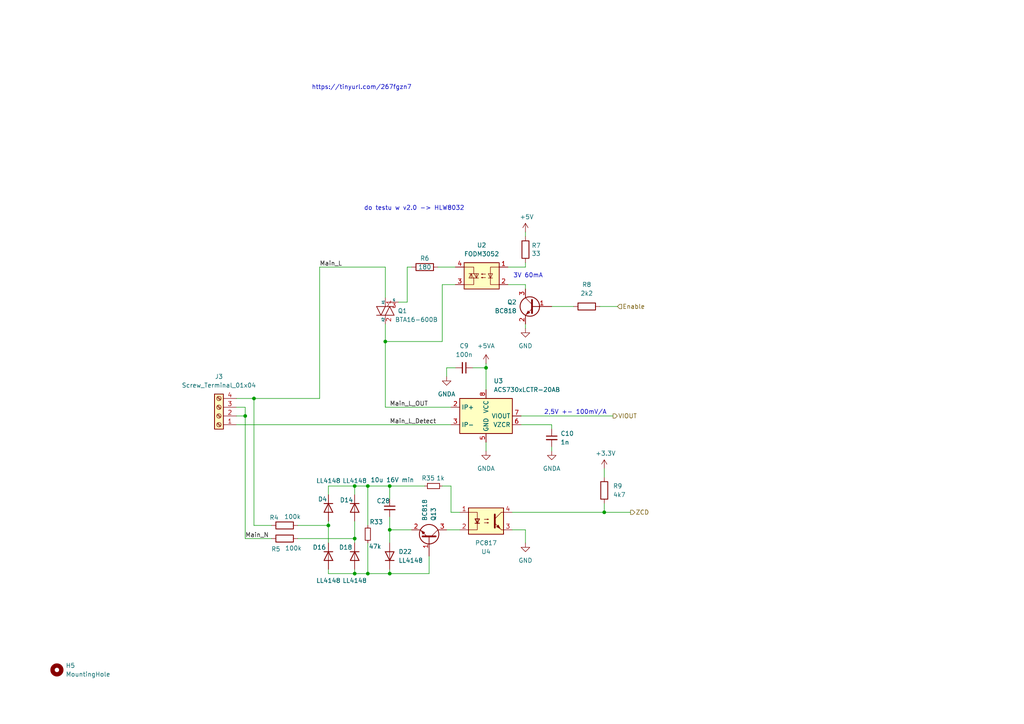
<source format=kicad_sch>
(kicad_sch (version 20231120) (generator "eeschema") (generator_version "8.0")
  (paper "A4")
  (lib_symbols
    (symbol "Connector:Screw_Terminal_01x04" (pin_names (offset 1.016) hide)
      (property "Reference" "J" (at 0 5.08 0))
      (property "Value" "Screw_Terminal_01x04" (at 0 -7.62 0))
      (symbol "Screw_Terminal_01x04_1_1"
        (rectangle (start -1.27 3.81) (end 1.27 -6.35) (stroke (width 0.254)) (fill (type background)))
        (circle (center 0 -5.08) (radius 0.635) (stroke (width 0.1524)))
        (circle (center 0 -2.54) (radius 0.635) (stroke (width 0.1524)))
        (polyline (pts (xy -0.5334 -4.7498) (xy 0.3302 -5.588)) (stroke (width 0.1524)))
        (polyline (pts (xy -0.5334 -2.2098) (xy 0.3302 -3.048)) (stroke (width 0.1524)))
        (polyline (pts (xy -0.5334 0.3302) (xy 0.3302 -0.508)) (stroke (width 0.1524)))
        (polyline (pts (xy -0.5334 2.8702) (xy 0.3302 2.032)) (stroke (width 0.1524)))
        (polyline (pts (xy -0.3556 -4.572) (xy 0.508 -5.4102)) (stroke (width 0.1524)))
        (polyline (pts (xy -0.3556 -2.032) (xy 0.508 -2.8702)) (stroke (width 0.1524)))
        (polyline (pts (xy -0.3556 0.508) (xy 0.508 -0.3302)) (stroke (width 0.1524)))
        (polyline (pts (xy -0.3556 3.048) (xy 0.508 2.2098)) (stroke (width 0.1524)))
        (circle (center 0 0) (radius 0.635) (stroke (width 0.1524)))
        (circle (center 0 2.54) (radius 0.635) (stroke (width 0.1524)))
        (pin passive line (at -5.08 2.54 0) (length 3.81) (name "Pin_1") (number "1"))
        (pin passive line (at -5.08 0 0) (length 3.81) (name "Pin_2") (number "2"))
        (pin passive line (at -5.08 -2.54 0) (length 3.81) (name "Pin_3") (number "3"))
        (pin passive line (at -5.08 -5.08 0) (length 3.81) (name "Pin_4") (number "4"))
      )
    )
    (symbol "Device:C_Small" (pin_numbers hide) (pin_names (offset 0.254) hide)
      (property "Reference" "C" (at 0.254 1.778 0))
      (property "Value" "C_Small" (at 0.254 -2.032 0))
      (symbol "C_Small_0_1"
        (polyline (pts (xy -1.524 -0.508) (xy 1.524 -0.508)) (stroke (width 0.3302)))
        (polyline (pts (xy -1.524 0.508) (xy 1.524 0.508)) (stroke (width 0.3048)))
      )
      (symbol "C_Small_1_1"
        (pin passive line (at 0 2.54 270) (length 2.032) (name "~") (number "1"))
        (pin passive line (at 0 -2.54 90) (length 2.032) (name "~") (number "2"))
      )
    )
    (symbol "Device:R" (pin_numbers hide) (pin_names (offset 0))
      (property "Reference" "R" (at 2.032 0 90))
      (property "Value" "R" (at 0 0 90))
      (symbol "R_0_1"
        (rectangle (start -1.016 -2.54) (end 1.016 2.54) (stroke (width 0.254)))
      )
      (symbol "R_1_1"
        (pin passive line (at 0 3.81 270) (length 1.27) (name "~") (number "1"))
        (pin passive line (at 0 -3.81 90) (length 1.27) (name "~") (number "2"))
      )
    )
    (symbol "Device:R_Small" (pin_numbers hide) (pin_names (offset 0.254) hide)
      (property "Reference" "R" (at 0.762 0.508 0))
      (property "Value" "R_Small" (at 0.762 -1.016 0))
      (symbol "R_Small_0_1"
        (rectangle (start -0.762 1.778) (end 0.762 -1.778) (stroke (width 0.2032)))
      )
      (symbol "R_Small_1_1"
        (pin passive line (at 0 2.54 270) (length 0.762) (name "~") (number "1"))
        (pin passive line (at 0 -2.54 90) (length 0.762) (name "~") (number "2"))
      )
    )
    (symbol "Diode:LL4148" (pin_numbers hide) (pin_names hide)
      (property "Reference" "D" (at 0 2.54 0))
      (property "Value" "LL4148" (at 0 -2.54 0))
      (symbol "LL4148_0_1"
        (polyline (pts (xy -1.27 1.27) (xy -1.27 -1.27)) (stroke (width 0.254)))
        (polyline (pts (xy 1.27 0) (xy -1.27 0)))
        (polyline (pts (xy 1.27 1.27) (xy 1.27 -1.27) (xy -1.27 0) (xy 1.27 1.27)) (stroke (width 0.254)))
      )
      (symbol "LL4148_1_1"
        (pin passive line (at -3.81 0 0) (length 2.54) (name "K") (number "1"))
        (pin passive line (at 3.81 0 180) (length 2.54) (name "A") (number "2"))
      )
    )
    (symbol "Isolator:PC817" (pin_names (offset 1.016))
      (property "Reference" "U" (at -5.08 5.08 0))
      (property "Value" "PC817" (at 0 5.08 0))
      (symbol "PC817_0_1"
        (rectangle (start -5.08 3.81) (end 5.08 -3.81) (stroke (width 0.254)) (fill (type background)))
        (polyline (pts (xy -3.175 -0.635) (xy -1.905 -0.635)) (stroke (width 0.254)))
        (polyline (pts (xy 2.54 0.635) (xy 4.445 2.54)))
        (polyline (pts (xy 4.445 -2.54) (xy 2.54 -0.635)) (fill (type outline)))
        (polyline (pts (xy 4.445 -2.54) (xy 5.08 -2.54)))
        (polyline (pts (xy 4.445 2.54) (xy 5.08 2.54)))
        (polyline (pts (xy -5.08 2.54) (xy -2.54 2.54) (xy -2.54 -0.635)))
        (polyline (pts (xy -2.54 -0.635) (xy -2.54 -2.54) (xy -5.08 -2.54)))
        (polyline (pts (xy 2.54 1.905) (xy 2.54 -1.905) (xy 2.54 -1.905)) (stroke (width 0.508)))
        (polyline (pts (xy -2.54 -0.635) (xy -3.175 0.635) (xy -1.905 0.635) (xy -2.54 -0.635)) (stroke (width 0.254)))
        (polyline (pts (xy -0.508 -0.508) (xy 0.762 -0.508) (xy 0.381 -0.635) (xy 0.381 -0.381) (xy 0.762 -0.508)))
        (polyline (pts (xy -0.508 0.508) (xy 0.762 0.508) (xy 0.381 0.381) (xy 0.381 0.635) (xy 0.762 0.508)))
        (polyline (pts (xy 3.048 -1.651) (xy 3.556 -1.143) (xy 4.064 -2.159) (xy 3.048 -1.651) (xy 3.048 -1.651)) (fill (type outline)))
      )
      (symbol "PC817_1_1"
        (pin passive line (at -7.62 2.54 0) (length 2.54) (name "~") (number "1"))
        (pin passive line (at -7.62 -2.54 0) (length 2.54) (name "~") (number "2"))
        (pin passive line (at 7.62 -2.54 180) (length 2.54) (name "~") (number "3"))
        (pin passive line (at 7.62 2.54 180) (length 2.54) (name "~") (number "4"))
      )
    )
    (symbol "Mechanical:MountingHole" (pin_names (offset 1.016)) (exclude_from_sim yes) (in_bom no)
      (property "Reference" "H" (at 0 5.08 0))
      (property "Value" "MountingHole" (at 0 3.175 0))
      (symbol "MountingHole_0_1"
        (circle (center 0 0) (radius 1.27) (stroke (width 1.27)))
      )
    )
    (symbol "Relay_SolidState:FODM3052"
      (property "Reference" "U" (at -5.08 5.08 0))
      (property "Value" "FODM3052" (at 0 5.08 0))
      (symbol "FODM3052_0_1"
        (rectangle (start -5.08 3.81) (end 5.08 -3.81) (stroke (width 0.254)) (fill (type background)))
        (polyline (pts (xy -3.175 -0.635) (xy -1.905 -0.635)))
        (polyline (pts (xy 1.524 -0.635) (xy 1.524 0.635)))
        (polyline (pts (xy 3.048 0.635) (xy 3.048 -0.635)))
        (polyline (pts (xy 2.286 -0.635) (xy 2.286 -2.54) (xy 5.08 -2.54)))
        (polyline (pts (xy 2.286 0.635) (xy 2.286 2.54) (xy 5.08 2.54)))
        (polyline (pts (xy -5.08 2.54) (xy -2.54 2.54) (xy -2.54 -2.54) (xy -5.08 -2.54)))
        (polyline (pts (xy -2.54 -0.635) (xy -3.175 0.635) (xy -1.905 0.635) (xy -2.54 -0.635)))
        (polyline (pts (xy 0.889 -0.635) (xy 3.683 -0.635) (xy 3.048 0.635) (xy 2.413 -0.635)))
        (polyline (pts (xy 3.683 0.635) (xy 0.889 0.635) (xy 1.524 -0.635) (xy 2.159 0.635)))
        (polyline (pts (xy -1.143 -0.508) (xy 0.127 -0.508) (xy -0.254 -0.635) (xy -0.254 -0.381) (xy 0.127 -0.508)))
        (polyline (pts (xy -1.143 0.508) (xy 0.127 0.508) (xy -0.254 0.381) (xy -0.254 0.635) (xy 0.127 0.508)))
      )
      (symbol "FODM3052_1_1"
        (pin passive line (at -7.62 2.54 0) (length 2.54) (name "~") (number "1"))
        (pin passive line (at -7.62 -2.54 0) (length 2.54) (name "~") (number "2"))
        (pin passive line (at 7.62 -2.54 180) (length 2.54) (name "~") (number "3"))
        (pin passive line (at 7.62 2.54 180) (length 2.54) (name "~") (number "4"))
      )
    )
    (symbol "Sensor_Current:ACS730xLCTR-20AB"
      (property "Reference" "U" (at -7.62 6.35 0))
      (property "Value" "ACS730xLCTR-20AB" (at 1.27 6.35 0))
      (symbol "ACS730xLCTR-20AB_0_1"
        (rectangle (start -7.62 5.08) (end 7.62 -5.08) (stroke (width 0.254)) (fill (type background)))
      )
      (symbol "ACS730xLCTR-20AB_1_1"
        (pin passive line (at -10.16 2.54 0) (length 2.54) hide (name "IP+") (number "1"))
        (pin passive line (at -10.16 2.54 0) (length 2.54) (name "IP+") (number "2"))
        (pin passive line (at -10.16 -2.54 0) (length 2.54) (name "IP-") (number "3"))
        (pin passive line (at -10.16 -2.54 0) (length 2.54) hide (name "IP-") (number "4"))
        (pin power_in line (at 0 -7.62 90) (length 2.54) (name "GND") (number "5"))
        (pin passive line (at 10.16 -2.54 180) (length 2.54) (name "VZCR") (number "6"))
        (pin output line (at 10.16 0 180) (length 2.54) (name "VIOUT") (number "7"))
        (pin power_in line (at 0 7.62 270) (length 2.54) (name "VCC") (number "8"))
      )
    )
    (symbol "Transistor_BJT:BC818" (pin_names (offset 0) hide)
      (property "Reference" "Q" (at 5.08 1.905 0))
      (property "Value" "BC818" (at 5.08 0 0))
      (symbol "BC818_0_1"
        (polyline (pts (xy 0.635 0.635) (xy 2.54 2.54)))
        (polyline (pts (xy 0.635 -0.635) (xy 2.54 -2.54) (xy 2.54 -2.54)))
        (polyline (pts (xy 0.635 1.905) (xy 0.635 -1.905) (xy 0.635 -1.905)) (stroke (width 0.508)))
        (polyline (pts (xy 1.27 -1.778) (xy 1.778 -1.27) (xy 2.286 -2.286) (xy 1.27 -1.778) (xy 1.27 -1.778)) (fill (type outline)))
        (circle (center 1.27 0) (radius 2.8194) (stroke (width 0.254)))
      )
      (symbol "BC818_1_1"
        (pin input line (at -5.08 0 0) (length 5.715) (name "B") (number "1"))
        (pin passive line (at 2.54 -5.08 90) (length 2.54) (name "E") (number "2"))
        (pin passive line (at 2.54 5.08 270) (length 2.54) (name "C") (number "3"))
      )
    )
    (symbol "Triac_Thyristor:BTA16-600B" (pin_names (offset 0))
      (property "Reference" "Q" (at 5.08 1.905 0))
      (property "Value" "BTA16-600B" (at 5.08 0 0))
      (symbol "BTA16-600B_0_1"
        (polyline (pts (xy -2.54 -1.27) (xy 2.54 -1.27)) (stroke (width 0.2032)))
        (polyline (pts (xy -2.54 1.27) (xy 2.54 1.27)) (stroke (width 0.2032)))
        (polyline (pts (xy -1.27 -2.54) (xy -0.635 -1.27)))
        (polyline (pts (xy -2.54 1.27) (xy -1.27 -1.27) (xy 0 1.27)) (stroke (width 0.2032)))
        (polyline (pts (xy 0 -1.27) (xy 1.27 1.27) (xy 2.54 -1.27)) (stroke (width 0.2032)))
      )
      (symbol "BTA16-600B_1_1"
        (pin passive line (at 0 -3.81 90) (length 2.54) (name "A1") (number "1"))
        (pin passive line (at 0 3.81 270) (length 2.54) (name "A2") (number "2"))
        (pin input line (at -3.81 -2.54 0) (length 2.54) (name "G") (number "3"))
      )
    )
    (symbol "power:+3.3V" (power) (pin_names (offset 0))
      (property "Value" "+3.3V" (at 0 3.556 0))
      (symbol "+3.3V_0_1"
        (polyline (pts (xy -0.762 1.27) (xy 0 2.54)))
        (polyline (pts (xy 0 0) (xy 0 2.54)))
        (polyline (pts (xy 0 2.54) (xy 0.762 1.27)))
      )
      (symbol "+3.3V_1_1"
        (pin power_in line (at 0 0 90) (length 0) hide (name "+3.3V") (number "1"))
      )
    )
    (symbol "power:+5VD" (power) (pin_numbers hide) (pin_names (offset 0) hide)
      (property "Value" "+5VD" (at 0 3.556 0))
      (symbol "+5VD_0_1"
        (polyline (pts (xy -0.762 1.27) (xy 0 2.54)))
        (polyline (pts (xy 0 0) (xy 0 2.54)))
        (polyline (pts (xy 0 2.54) (xy 0.762 1.27)))
      )
      (symbol "+5VD_1_1"
        (pin power_in line (at 0 0 90) (length 0) (name "~") (number "1"))
      )
    )
    (symbol "power:GND" (power) (pin_names (offset 0))
      (property "Value" "GND" (at 0 -3.81 0))
      (symbol "GND_0_1"
        (polyline (pts (xy 0 0) (xy 0 -1.27) (xy 1.27 -1.27) (xy 0 -2.54) (xy -1.27 -1.27) (xy 0 -1.27)))
      )
      (symbol "GND_1_1"
        (pin power_in line (at 0 0 270) (length 0) hide (name "GND") (number "1"))
      )
    )
  )
  (junction (at 106.68 140.97))
  (junction (at 102.87 166.37))
  (junction (at 73.66 115.57))
  (junction (at 140.97 106.68))
  (junction (at 102.87 140.97))
  (junction (at 106.68 166.37))
  (junction (at 113.03 153.67))
  (junction (at 111.76 99.06))
  (junction (at 102.87 156.21))
  (junction (at 113.03 166.37))
  (junction (at 175.26 148.59))
  (junction (at 71.12 120.65))
  (junction (at 95.25 152.4))
  (junction (at 113.03 140.97))
  (wire (pts (xy 151.13 123.19) (xy 160.02 123.19)))
  (wire (pts (xy 106.68 140.97) (xy 113.03 140.97)))
  (wire (pts (xy 128.27 82.55) (xy 128.27 99.06)))
  (wire (pts (xy 118.11 77.47) (xy 119.38 77.47)))
  (wire (pts (xy 115.57 87.63) (xy 118.11 87.63)))
  (wire (pts (xy 106.68 157.48) (xy 106.68 166.37)))
  (wire (pts (xy 113.03 153.67) (xy 119.38 153.67)))
  (wire (pts (xy 95.25 152.4) (xy 95.25 157.48)))
  (wire (pts (xy 175.26 148.59) (xy 182.88 148.59)))
  (wire (pts (xy 68.58 118.11) (xy 71.12 118.11)))
  (wire (pts (xy 152.4 153.67) (xy 152.4 157.48)))
  (wire (pts (xy 68.58 120.65) (xy 71.12 120.65)))
  (wire (pts (xy 102.87 140.97) (xy 106.68 140.97)))
  (wire (pts (xy 160.02 129.54) (xy 160.02 130.81)))
  (wire (pts (xy 152.4 93.98) (xy 152.4 95.25)))
  (wire (pts (xy 68.58 123.19) (xy 130.81 123.19)))
  (wire (pts (xy 160.02 123.19) (xy 160.02 124.46)))
  (wire (pts (xy 95.25 165.1) (xy 95.25 166.37)))
  (wire (pts (xy 147.32 82.55) (xy 152.4 82.55)))
  (wire (pts (xy 113.03 153.67) (xy 113.03 157.48)))
  (wire (pts (xy 111.76 93.98) (xy 111.76 99.06)))
  (wire (pts (xy 124.46 161.29) (xy 124.46 166.37)))
  (wire (pts (xy 95.25 140.97) (xy 102.87 140.97)))
  (wire (pts (xy 148.59 148.59) (xy 175.26 148.59)))
  (wire (pts (xy 113.03 165.1) (xy 113.03 166.37)))
  (wire (pts (xy 95.25 166.37) (xy 102.87 166.37)))
  (wire (pts (xy 106.68 166.37) (xy 113.03 166.37)))
  (wire (pts (xy 129.54 106.68) (xy 129.54 109.22)))
  (wire (pts (xy 92.71 77.47) (xy 111.76 77.47)))
  (wire (pts (xy 173.99 88.9) (xy 179.07 88.9)))
  (wire (pts (xy 130.81 140.97) (xy 130.81 148.59)))
  (wire (pts (xy 147.32 77.47) (xy 152.4 77.47)))
  (wire (pts (xy 140.97 105.41) (xy 140.97 106.68)))
  (wire (pts (xy 73.66 115.57) (xy 73.66 152.4)))
  (wire (pts (xy 113.03 140.97) (xy 123.19 140.97)))
  (wire (pts (xy 95.25 151.13) (xy 95.25 152.4)))
  (wire (pts (xy 92.71 77.47) (xy 92.71 115.57)))
  (wire (pts (xy 111.76 99.06) (xy 111.76 118.11)))
  (wire (pts (xy 71.12 118.11) (xy 71.12 120.65)))
  (wire (pts (xy 71.12 120.65) (xy 71.12 156.21)))
  (wire (pts (xy 118.11 87.63) (xy 118.11 77.47)))
  (wire (pts (xy 127 77.47) (xy 132.08 77.47)))
  (wire (pts (xy 111.76 77.47) (xy 111.76 86.36)))
  (wire (pts (xy 130.81 148.59) (xy 133.35 148.59)))
  (wire (pts (xy 106.68 140.97) (xy 106.68 152.4)))
  (wire (pts (xy 71.12 156.21) (xy 78.74 156.21)))
  (wire (pts (xy 102.87 140.97) (xy 102.87 143.51)))
  (wire (pts (xy 102.87 151.13) (xy 102.87 156.21)))
  (wire (pts (xy 111.76 99.06) (xy 128.27 99.06)))
  (wire (pts (xy 128.27 82.55) (xy 132.08 82.55)))
  (wire (pts (xy 113.03 166.37) (xy 124.46 166.37)))
  (wire (pts (xy 148.59 153.67) (xy 152.4 153.67)))
  (wire (pts (xy 129.54 153.67) (xy 133.35 153.67)))
  (wire (pts (xy 102.87 165.1) (xy 102.87 166.37)))
  (wire (pts (xy 140.97 128.27) (xy 140.97 130.81)))
  (wire (pts (xy 102.87 166.37) (xy 106.68 166.37)))
  (wire (pts (xy 152.4 76.2) (xy 152.4 77.47)))
  (wire (pts (xy 137.16 106.68) (xy 140.97 106.68)))
  (wire (pts (xy 95.25 143.51) (xy 95.25 140.97)))
  (wire (pts (xy 113.03 140.97) (xy 113.03 144.78)))
  (wire (pts (xy 152.4 82.55) (xy 152.4 83.82)))
  (wire (pts (xy 113.03 149.86) (xy 113.03 153.67)))
  (wire (pts (xy 73.66 115.57) (xy 92.71 115.57)))
  (wire (pts (xy 152.4 68.58) (xy 152.4 67.31)))
  (wire (pts (xy 140.97 106.68) (xy 140.97 113.03)))
  (wire (pts (xy 129.54 106.68) (xy 132.08 106.68)))
  (wire (pts (xy 175.26 135.89) (xy 175.26 138.43)))
  (wire (pts (xy 111.76 118.11) (xy 130.81 118.11)))
  (wire (pts (xy 151.13 120.65) (xy 177.8 120.65)))
  (wire (pts (xy 86.36 152.4) (xy 95.25 152.4)))
  (wire (pts (xy 73.66 152.4) (xy 78.74 152.4)))
  (wire (pts (xy 160.02 88.9) (xy 166.37 88.9)))
  (wire (pts (xy 128.27 140.97) (xy 130.81 140.97)))
  (wire (pts (xy 102.87 156.21) (xy 102.87 157.48)))
  (wire (pts (xy 175.26 146.05) (xy 175.26 148.59)))
  (wire (pts (xy 86.36 156.21) (xy 102.87 156.21)))
  (wire (pts (xy 68.58 115.57) (xy 73.66 115.57)))
  (text "3V 60mA" (at 153.162 80.01 0) (effects (font (size 1.27 1.27))))
  (text "2,5V +- 100mV/A" (at 166.878 119.634 0) (effects (font (size 1.27 1.27))))
  (text "do testu w v2.0 -> HLW8032" (at 120.142 60.452 0) (effects (font (size 1.27 1.27))))
  (text "https://tinyurl.com/267fgzn7" (at 104.902 25.4 0) (effects (font (size 1.27 1.27))))
  (label "Main_L" (at 92.71 77.47 0))
  (label "Main_L_OUT" (at 113.03 118.11 0))
  (label "Main_N" (at 71.12 156.21 0))
  (label "Main_L_Detect" (at 113.03 123.19 0))
  (hierarchical_label "Enable" (shape input) (at 179.07 88.9 0))
  (hierarchical_label "VIOUT" (shape output) (at 177.8 120.65 0))
  (hierarchical_label "ZCD" (shape output) (at 182.88 148.59 0))
  (symbol (lib_id "Transistor_BJT:BC818") (at 124.46 156.21 270) (mirror x) (unit 1)
    (property "Reference" "Q13" (at 125.73 151.13 0) (effects (justify left)))
    (property "Value" "BC818" (at 123.19 151.13 0) (effects (justify left)))
    (property "Footprint" "Package_TO_SOT_SMD:SOT-23" (effects (hide yes)))
    (property "Datasheet" "https://www.onsemi.com/pub/Collateral/BC818-D.pdf" (effects (hide yes)))
    (instances (project "TempControllerMainBoard" (path "" (reference "Q13") (unit 1)) (path "" (reference "Q14") (unit 1))))
  )
  (symbol (lib_id "Diode:LL4148") (at 95.25 161.29 270) (unit 1)
    (property "Reference" "D16" (at 90.678 158.75 90) (effects (justify left)))
    (property "Value" "LL4148" (at 91.694 168.402 90) (effects (justify left)))
    (property "Footprint" "Diode_SMD:D_MiniMELF" (effects (hide yes)))
    (property "Datasheet" "http://www.vishay.com/docs/85557/ll4148.pdf" (effects (hide yes)))
    (property "Description" "100V 0.15A standard switching diode, MiniMELF" (effects (hide yes)))
    (property "Sim.Device" "D" (effects (hide yes)))
    (property "Sim.Pins" "1=K 2=A" (effects (hide yes)))
    (instances (project "TempControllerMainBoard" (path "" (reference "D16") (unit 1)) (path "" (reference "D17") (unit 1))))
  )
  (symbol (lib_id "Diode:LL4148") (at 102.87 161.29 270) (unit 1)
    (property "Reference" "D18" (at 98.298 158.75 90) (effects (justify left)))
    (property "Value" "LL4148" (at 99.314 168.402 90) (effects (justify left)))
    (property "Footprint" "Diode_SMD:D_MiniMELF" (effects (hide yes)))
    (property "Datasheet" "http://www.vishay.com/docs/85557/ll4148.pdf" (effects (hide yes)))
    (property "Description" "100V 0.15A standard switching diode, MiniMELF" (effects (hide yes)))
    (property "Sim.Device" "D" (effects (hide yes)))
    (property "Sim.Pins" "1=K 2=A" (effects (hide yes)))
    (instances (project "TempControllerMainBoard" (path "" (reference "D18") (unit 1)) (path "" (reference "D19") (unit 1))))
  )
  (symbol (lib_id "Device:R") (at 82.55 156.21 90) (unit 1)
    (property "Reference" "R5" (at 80.01 159.258 90))
    (property "Value" "100k" (at 85.09 159.004 90))
    (property "Footprint" "Resistor_THT:R_Axial_DIN0207_L6.3mm_D2.5mm_P10.16mm_Horizontal" (effects (hide yes)))
    (instances (project "TempControllerMainBoard" (path "" (reference "R5") (unit 1)) (path "" (reference "R11") (unit 1))))
  )
  (symbol (lib_id "Transistor_BJT:BC818") (at 154.94 88.9 0) (mirror y) (unit 1)
    (property "Reference" "Q2" (at 149.86 87.63 0) (effects (justify left)))
    (property "Value" "BC818" (at 149.86 90.17 0) (effects (justify left)))
    (property "Footprint" "Package_TO_SOT_SMD:SOT-23" (effects (hide yes)))
    (property "Datasheet" "https://www.onsemi.com/pub/Collateral/BC818-D.pdf" (effects (hide yes)))
    (instances (project "TempControllerMainBoard" (path "" (reference "Q2") (unit 1)) (path "" (reference "Q4") (unit 1))))
  )
  (symbol (lib_id "Triac_Thyristor:BTA16-600B") (at 111.76 90.17 180) (unit 1)
    (property "Reference" "Q1" (at 118.11 90.17 0) (effects (justify left)))
    (property "Value" "BTA16-600B" (at 127 92.71 0) (effects (justify left)))
    (property "Footprint" "Package_TO_SOT_THT:TO-247-3_Horizontal_TabUp" (effects (hide yes)))
    (property "Datasheet" "https://www.st.com/resource/en/datasheet/bta16.pdf" (effects (hide yes)))
    (instances (project "TempControllerMainBoard" (path "" (reference "Q1") (unit 1)) (path "" (reference "Q3") (unit 1))))
  )
  (symbol (lib_id "Diode:LL4148") (at 95.25 147.32 270) (unit 1)
    (property "Reference" "D4" (at 92.202 144.78 90) (effects (justify left)))
    (property "Value" "LL4148" (at 91.694 139.446 90) (effects (justify left)))
    (property "Footprint" "Diode_SMD:D_MiniMELF" (effects (hide yes)))
    (property "Datasheet" "http://www.vishay.com/docs/85557/ll4148.pdf" (effects (hide yes)))
    (property "Description" "100V 0.15A standard switching diode, MiniMELF" (effects (hide yes)))
    (property "Sim.Device" "D" (effects (hide yes)))
    (property "Sim.Pins" "1=K 2=A" (effects (hide yes)))
    (instances (project "" (path "" (reference "D4") (unit 1)) (path "" (reference "D5") (unit 1))))
  )
  (symbol (lib_id "Device:C_Small") (at 160.02 127 0) (unit 1)
    (property "Reference" "C10" (at 162.56 125.7362 0) (effects (justify left)))
    (property "Value" "1n" (at 162.56 128.2762 0) (effects (justify left)))
    (property "Footprint" "Capacitor_SMD:C_1206_3216Metric" (effects (hide yes)))
    (property "Description" "Unpolarized capacitor, small symbol" (effects (hide yes)))
    (instances (project "" (path "" (reference "C10") (unit 1)) (path "" (reference "C12") (unit 1))))
  )
  (symbol (lib_id "Device:C_Small") (at 113.03 147.32 0) (unit 1)
    (property "Reference" "C28" (at 109.22 145.288 0) (effects (justify left)))
    (property "Value" "10u 16V min" (at 107.442 139.192 0) (effects (justify left)))
    (property "Footprint" "Capacitor_SMD:C_1206_3216Metric" (effects (hide yes)))
    (property "Description" "Unpolarized capacitor, small symbol" (effects (hide yes)))
    (instances (project "" (path "" (reference "C28") (unit 1)) (path "" (reference "C29") (unit 1))))
  )
  (symbol (lib_id "power:+3.3V") (at 175.26 135.89 0) (unit 1)
    (property "Reference" "#PWR030" (effects (hide yes)))
    (property "Value" "+3.3V" (at 175.641 131.4958 0))
    (instances (project "TempControllerMainBoard" (path "" (reference "#PWR030") (unit 1)) (path "" (reference "#PWR038") (unit 1))))
  )
  (symbol (lib_id "Sensor_Current:ACS730xLCTR-20AB") (at 140.97 120.65 0) (unit 1)
    (property "Reference" "U3" (at 143.1641 110.49 0) (effects (justify left)))
    (property "Value" "ACS730xLCTR-20AB" (at 143.1641 113.03 0) (effects (justify left)))
    (property "Footprint" "Package_SO:SOIC-8_3.9x4.9mm_P1.27mm" (effects (hide yes)))
    (property "Datasheet" "http://www.allegromicro.com/~/media/Files/Datasheets/ACS730-Datasheet.ashx?la=en" (effects (hide yes)))
    (property "Description" "±20A Bidirectional Hall-Effect Current Sensor, +5.0V supply, 100mV/A, SOIC-8" (effects (hide yes)))
    (instances (project "" (path "" (reference "U3") (unit 1)) (path "" (reference "U6") (unit 1))))
  )
  (symbol (lib_id "Isolator:PC817") (at 140.97 151.13 0) (unit 1)
    (property "Reference" "U4" (at 140.97 160.02 0))
    (property "Value" "PC817" (at 140.97 157.48 0))
    (property "Footprint" "Package_DIP:DIP-4_W7.62mm" (effects (hide yes)))
    (property "Datasheet" "http://www.soselectronic.cz/a_info/resource/d/pc817.pdf" (effects (hide yes)))
    (property "Description" "DC Optocoupler, Vce 35V, CTR 50-300%, DIP-4" (effects (hide yes)))
    (instances (project "" (path "" (reference "U4") (unit 1)) (path "" (reference "U7") (unit 1))))
  )
  (symbol (lib_id "power:+3.3V") (at 152.4 67.31 0) (unit 1)
    (property "Reference" "#PWR026" (effects (hide yes)))
    (property "Value" "+5V" (at 152.781 62.9158 0))
    (instances (project "TempControllerMainBoard" (path "" (reference "#PWR026") (unit 1)) (path "" (reference "#PWR034") (unit 1))))
  )
  (symbol (lib_id "Connector:Screw_Terminal_01x04") (at 63.5 120.65 180) (unit 1)
    (property "Reference" "J3" (at 63.5 109.22 0))
    (property "Value" "Screw_Terminal_01x04" (at 63.5 111.76 0))
    (property "Footprint" "TerminalBlock_Phoenix:TerminalBlock_Phoenix_MKDS-3-4-5.08_1x04_P5.08mm_Horizontal" (effects (hide yes)))
    (property "Description" "Generic screw terminal, single row, 01x04, script generated (kicad-library-utils/schlib/autogen/connector/)" (effects (hide yes)))
    (instances (project "" (path "" (reference "J3") (unit 1)) (path "" (reference "J4") (unit 1))))
  )
  (symbol (lib_id "power:GND") (at 152.4 95.25 0) (unit 1)
    (property "Reference" "#PWR027" (effects (hide yes)))
    (property "Value" "GND" (at 152.4 100.33 0))
    (instances (project "TempControllerMainBoard" (path "" (reference "#PWR027") (unit 1)) (path "" (reference "#PWR035") (unit 1))))
  )
  (symbol (lib_id "Device:R_Small") (at 106.68 154.94 0) (unit 1)
    (property "Reference" "R33" (at 107.188 151.384 0) (effects (justify left)))
    (property "Value" "47k" (at 106.934 158.496 0) (effects (justify left)))
    (property "Footprint" "Capacitor_SMD:C_1206_3216Metric" (effects (hide yes)))
    (property "Description" "Resistor, small symbol" (effects (hide yes)))
    (instances (project "" (path "" (reference "R33") (unit 1)) (path "" (reference "R34") (unit 1))))
  )
  (symbol (lib_id "Device:R_Small") (at 125.73 140.97 90) (unit 1)
    (property "Reference" "R35" (at 124.206 138.684 90))
    (property "Value" "1k" (at 127.762 138.684 90))
    (property "Footprint" "Capacitor_SMD:C_1206_3216Metric" (effects (hide yes)))
    (property "Description" "Resistor, small symbol" (effects (hide yes)))
    (instances (project "" (path "" (reference "R35") (unit 1)) (path "" (reference "R36") (unit 1))))
  )
  (symbol (lib_id "Device:R") (at 170.18 88.9 90) (unit 1)
    (property "Reference" "R8" (at 170.18 82.55 90))
    (property "Value" "2k2" (at 170.18 85.09 90))
    (property "Footprint" "Resistor_SMD:R_1206_3216Metric" (effects (hide yes)))
    (instances (project "TempControllerMainBoard" (path "" (reference "R8") (unit 1)) (path "" (reference "R14") (unit 1))))
  )
  (symbol (lib_id "Diode:LL4148") (at 113.03 161.29 90) (unit 1)
    (property "Reference" "D22" (at 115.57 160.0199 90) (effects (justify right)))
    (property "Value" "LL4148" (at 115.57 162.5599 90) (effects (justify right)))
    (property "Footprint" "Diode_SMD:D_MiniMELF" (effects (hide yes)))
    (property "Datasheet" "http://www.vishay.com/docs/85557/ll4148.pdf" (effects (hide yes)))
    (property "Description" "100V 0.15A standard switching diode, MiniMELF" (effects (hide yes)))
    (property "Sim.Device" "D" (effects (hide yes)))
    (property "Sim.Pins" "1=K 2=A" (effects (hide yes)))
    (instances (project "TempControllerMainBoard" (path "" (reference "D22") (unit 1)) (path "" (reference "D23") (unit 1))))
  )
  (symbol (lib_id "power:+5VD") (at 140.97 105.41 0) (unit 1)
    (property "Reference" "#PWR024" (effects (hide yes)))
    (property "Value" "+5VA" (at 140.97 100.33 0))
    (property "Description" "Power symbol creates a global label with name \"+5VD\"" (effects (hide yes)))
    (instances (project "" (path "" (reference "#PWR024") (unit 1)) (path "" (reference "#PWR032") (unit 1))))
  )
  (symbol (lib_id "power:GND") (at 152.4 157.48 0) (unit 1)
    (property "Reference" "#PWR028" (effects (hide yes)))
    (property "Value" "GND" (at 152.4 162.56 0))
    (instances (project "TempControllerMainBoard" (path "" (reference "#PWR028") (unit 1)) (path "" (reference "#PWR036") (unit 1))))
  )
  (symbol (lib_id "power:GND") (at 140.97 130.81 0) (unit 1)
    (property "Reference" "#PWR025" (effects (hide yes)))
    (property "Value" "GNDA" (at 140.97 135.89 0))
    (instances (project "TempControllerMainBoard" (path "" (reference "#PWR025") (unit 1)) (path "" (reference "#PWR033") (unit 1))))
  )
  (symbol (lib_id "Device:R") (at 175.26 142.24 180) (unit 1)
    (property "Reference" "R9" (at 177.8 140.9699 0) (effects (justify right)))
    (property "Value" "4k7" (at 177.8 143.5099 0) (effects (justify right)))
    (property "Footprint" "Resistor_SMD:R_1206_3216Metric" (effects (hide yes)))
    (instances (project "TempControllerMainBoard" (path "" (reference "R9") (unit 1)) (path "" (reference "R15") (unit 1))))
  )
  (symbol (lib_id "Mechanical:MountingHole") (at 16.51 194.31 0) (unit 1) (exclude_from_sim yes) (in_bom no)
    (property "Reference" "H5" (at 19.05 193.0399 0) (effects (justify left)))
    (property "Value" "MountingHole" (at 19.05 195.5799 0) (effects (justify left)))
    (property "Footprint" "MountingHole:MountingHole_4.3mm_M4" (effects (hide yes)))
    (property "Description" "Mounting Hole without connection" (effects (hide yes)))
    (instances (project "TempControllerMainBoard" (path "" (reference "H5") (unit 1)) (path "" (reference "H6") (unit 1))))
  )
  (symbol (lib_id "Device:R") (at 152.4 72.39 180) (unit 1)
    (property "Reference" "R7" (at 154.178 71.2216 0) (effects (justify right)))
    (property "Value" "33" (at 154.178 73.533 0) (effects (justify right)))
    (property "Footprint" "Resistor_SMD:R_1206_3216Metric" (effects (hide yes)))
    (instances (project "TempControllerMainBoard" (path "" (reference "R7") (unit 1)) (path "" (reference "R13") (unit 1))))
  )
  (symbol (lib_id "Relay_SolidState:FODM3052") (at 139.7 80.01 0) (mirror y) (unit 1)
    (property "Reference" "U2" (at 139.7 71.12 0))
    (property "Value" "FODM3052" (at 139.7 73.66 0))
    (property "Footprint" "Package_DIP:SMDIP-4_W7.62mm" (effects (hide yes)))
    (property "Datasheet" "https://www.onsemi.com/pub/Collateral/FODM3053_NF098-D.PDF" (effects (hide yes)))
    (property "Description" "Full Pitch Mini-Flat Random Phase Opto-Triac, Vdrm 600V, Ift 10mA, MFP 4L" (effects (hide yes)))
    (instances (project "" (path "" (reference "U2") (unit 1)) (path "" (reference "U5") (unit 1))))
  )
  (symbol (lib_id "Device:R") (at 82.55 152.4 90) (unit 1)
    (property "Reference" "R4" (at 79.502 150.114 90))
    (property "Value" "100k" (at 84.836 149.86 90))
    (property "Footprint" "Resistor_THT:R_Axial_DIN0207_L6.3mm_D2.5mm_P10.16mm_Horizontal" (effects (hide yes)))
    (instances (project "TempControllerMainBoard" (path "" (reference "R4") (unit 1)) (path "" (reference "R10") (unit 1))))
  )
  (symbol (lib_id "power:GND") (at 160.02 130.81 0) (unit 1)
    (property "Reference" "#PWR029" (effects (hide yes)))
    (property "Value" "GNDA" (at 160.02 135.89 0))
    (instances (project "TempControllerMainBoard" (path "" (reference "#PWR029") (unit 1)) (path "" (reference "#PWR037") (unit 1))))
  )
  (symbol (lib_id "power:GND") (at 129.54 109.22 0) (unit 1)
    (property "Reference" "#PWR023" (effects (hide yes)))
    (property "Value" "GNDA" (at 129.54 114.3 0))
    (instances (project "TempControllerMainBoard" (path "" (reference "#PWR023") (unit 1)) (path "" (reference "#PWR031") (unit 1))))
  )
  (symbol (lib_id "Device:C_Small") (at 134.62 106.68 270) (unit 1)
    (property "Reference" "C9" (at 134.6136 100.33 90))
    (property "Value" "100n" (at 134.6136 102.87 90))
    (property "Footprint" "Capacitor_SMD:C_1206_3216Metric" (effects (hide yes)))
    (property "Description" "Unpolarized capacitor, small symbol" (effects (hide yes)))
    (instances (project "TempControllerMainBoard" (path "" (reference "C9") (unit 1)) (path "" (reference "C11") (unit 1))))
  )
  (symbol (lib_id "Device:R") (at 123.19 77.47 270) (unit 1)
    (property "Reference" "R6" (at 123.19 74.93 90))
    (property "Value" "180" (at 123.19 77.47 90))
    (property "Footprint" "Resistor_SMD:R_2010_5025Metric" (effects (hide yes)))
    (instances (project "TempControllerMainBoard" (path "" (reference "R6") (unit 1)) (path "" (reference "R12") (unit 1))))
  )
  (symbol (lib_id "Diode:LL4148") (at 102.87 147.32 270) (unit 1)
    (property "Reference" "D14" (at 98.552 145.034 90) (effects (justify left)))
    (property "Value" "LL4148" (at 99.314 139.446 90) (effects (justify left)))
    (property "Footprint" "Diode_SMD:D_MiniMELF" (effects (hide yes)))
    (property "Datasheet" "http://www.vishay.com/docs/85557/ll4148.pdf" (effects (hide yes)))
    (property "Description" "100V 0.15A standard switching diode, MiniMELF" (effects (hide yes)))
    (property "Sim.Device" "D" (effects (hide yes)))
    (property "Sim.Pins" "1=K 2=A" (effects (hide yes)))
    (instances (project "TempControllerMainBoard" (path "" (reference "D14") (unit 1)) (path "" (reference "D15") (unit 1))))
  )
)
</source>
